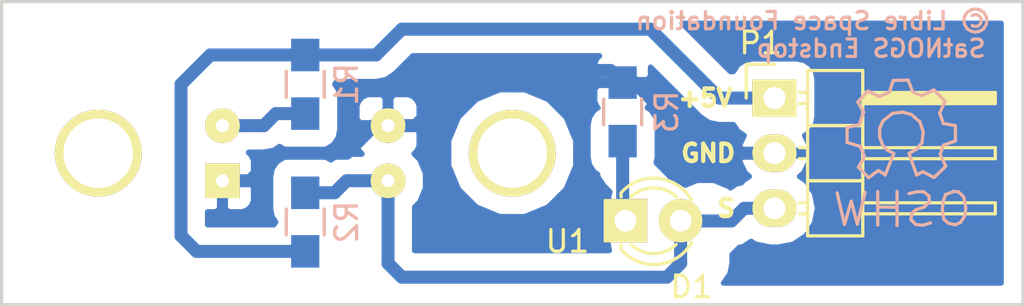
<source format=kicad_pcb>
(kicad_pcb (version 4) (host pcbnew "(after 2015-mar-04 BZR unknown)-product")

  (general
    (links 10)
    (no_connects 3)
    (area 132.004999 98.349999 179.145001 112.470001)
    (thickness 1.6)
    (drawings 7)
    (tracks 39)
    (zones 0)
    (modules 7)
    (nets 6)
  )

  (page A4)
  (layers
    (0 F.Cu signal)
    (31 B.Cu signal)
    (32 B.Adhes user)
    (33 F.Adhes user)
    (34 B.Paste user)
    (35 F.Paste user)
    (36 B.SilkS user)
    (37 F.SilkS user)
    (38 B.Mask user)
    (39 F.Mask user)
    (40 Dwgs.User user)
    (41 Cmts.User user)
    (42 Eco1.User user)
    (43 Eco2.User user)
    (44 Edge.Cuts user)
    (45 Margin user)
    (46 B.CrtYd user)
    (47 F.CrtYd user)
    (48 B.Fab user)
    (49 F.Fab user)
  )

  (setup
    (last_trace_width 0.6)
    (trace_clearance 0.1)
    (zone_clearance 0.2)
    (zone_45_only yes)
    (trace_min 0.2)
    (segment_width 0.2)
    (edge_width 0.15)
    (via_size 0.6)
    (via_drill 0.4)
    (via_min_size 0.4)
    (via_min_drill 0.3)
    (blind_buried_vias_allowed yes)
    (uvia_size 0.3)
    (uvia_drill 0.1)
    (uvias_allowed yes)
    (uvia_min_size 0.2)
    (uvia_min_drill 0.1)
    (pcb_text_width 0.3)
    (pcb_text_size 1.5 1.5)
    (mod_edge_width 0.15)
    (mod_text_size 1 1)
    (mod_text_width 0.15)
    (pad_size 1.6 1.6)
    (pad_drill 0.6)
    (pad_to_mask_clearance 0.2)
    (aux_axis_origin 0 0)
    (visible_elements FFFFFF7F)
    (pcbplotparams
      (layerselection 0x01030_80000001)
      (usegerberextensions false)
      (excludeedgelayer true)
      (linewidth 0.100000)
      (plotframeref false)
      (viasonmask false)
      (mode 1)
      (useauxorigin true)
      (hpglpennumber 1)
      (hpglpenspeed 20)
      (hpglpendiameter 15)
      (hpglpenoverlay 2)
      (psnegative false)
      (psa4output false)
      (plotreference true)
      (plotvalue true)
      (plotinvisibletext false)
      (padsonsilk false)
      (subtractmaskfromsilk false)
      (outputformat 1)
      (mirror false)
      (drillshape 0)
      (scaleselection 1)
      (outputdirectory Gerber/))
  )

  (net 0 "")
  (net 1 "Net-(D1-Pad1)")
  (net 2 GND)
  (net 3 +5V)
  (net 4 "Net-(R1-Pad2)")
  (net 5 /Signal)

  (net_class Default "This is the default net class."
    (clearance 0.1)
    (trace_width 0.6)
    (via_dia 0.6)
    (via_drill 0.4)
    (uvia_dia 0.3)
    (uvia_drill 0.1)
    (add_net +5V)
    (add_net /Signal)
    (add_net GND)
    (add_net "Net-(D1-Pad1)")
    (add_net "Net-(R1-Pad2)")
  )

  (module LEDs:LED-3MM (layer F.Cu) (tedit 55FC2E94) (tstamp 55BE48B5)
    (at 160.782 108.5215)
    (descr "LED 3mm round vertical")
    (tags "LED  3mm round vertical")
    (path /55BCD94A)
    (fp_text reference D1 (at 3.048 3.048) (layer F.SilkS)
      (effects (font (size 1 1) (thickness 0.15)))
    )
    (fp_text value LED (at 1.3 -2.9) (layer F.SilkS) hide
      (effects (font (size 1 1) (thickness 0.15)))
    )
    (fp_line (start -1.2 2.3) (end 3.8 2.3) (layer F.CrtYd) (width 0.05))
    (fp_line (start 3.8 2.3) (end 3.8 -2.2) (layer F.CrtYd) (width 0.05))
    (fp_line (start 3.8 -2.2) (end -1.2 -2.2) (layer F.CrtYd) (width 0.05))
    (fp_line (start -1.2 -2.2) (end -1.2 2.3) (layer F.CrtYd) (width 0.05))
    (fp_line (start -0.199 1.314) (end -0.199 1.114) (layer F.SilkS) (width 0.15))
    (fp_line (start -0.199 -1.28) (end -0.199 -1.1) (layer F.SilkS) (width 0.15))
    (fp_arc (start 1.301 0.034) (end -0.199 -1.286) (angle 108.5) (layer F.SilkS) (width 0.15))
    (fp_arc (start 1.301 0.034) (end 0.25 -1.1) (angle 85.7) (layer F.SilkS) (width 0.15))
    (fp_arc (start 1.311 0.034) (end 3.051 0.994) (angle 110) (layer F.SilkS) (width 0.15))
    (fp_arc (start 1.301 0.034) (end 2.335 1.094) (angle 87.5) (layer F.SilkS) (width 0.15))
    (fp_text user K (at -1.905 0.635) (layer F.SilkS) hide
      (effects (font (size 1 1) (thickness 0.15)))
    )
    (pad 1 thru_hole rect (at 0 0 90) (size 2 2) (drill 1.00076) (layers *.Cu *.Mask F.SilkS)
      (net 1 "Net-(D1-Pad1)"))
    (pad 2 thru_hole circle (at 2.54 0) (size 2 2) (drill 1.00076) (layers *.Cu *.Mask F.SilkS)
      (net 5 /Signal))
    (model LEDs.3dshapes/LED-3MM.wrl
      (at (xyz 0.05 0 0))
      (scale (xyz 1 1 1))
      (rotate (xyz 0 0 0))
    )
  )

  (module Pin_Headers:Pin_Header_Angled_1x03 (layer F.Cu) (tedit 55FC2E84) (tstamp 55BE48BC)
    (at 167.64 102.87)
    (descr "Through hole pin header")
    (tags "pin header")
    (path /55BE41ED)
    (fp_text reference P1 (at -0.635 -2.54) (layer F.SilkS)
      (effects (font (size 1 1) (thickness 0.15)))
    )
    (fp_text value CONN_01X03 (at 4.445 -3.175) (layer F.SilkS) hide
      (effects (font (size 1 1) (thickness 0.15)))
    )
    (fp_line (start -1.5 -1.75) (end -1.5 6.85) (layer F.CrtYd) (width 0.05))
    (fp_line (start 10.65 -1.75) (end 10.65 6.85) (layer F.CrtYd) (width 0.05))
    (fp_line (start -1.5 -1.75) (end 10.65 -1.75) (layer F.CrtYd) (width 0.05))
    (fp_line (start -1.5 6.85) (end 10.65 6.85) (layer F.CrtYd) (width 0.05))
    (fp_line (start -1.3 -1.55) (end -1.3 0) (layer F.SilkS) (width 0.15))
    (fp_line (start 0 -1.55) (end -1.3 -1.55) (layer F.SilkS) (width 0.15))
    (fp_line (start 4.191 -0.127) (end 10.033 -0.127) (layer F.SilkS) (width 0.15))
    (fp_line (start 10.033 -0.127) (end 10.033 0.127) (layer F.SilkS) (width 0.15))
    (fp_line (start 10.033 0.127) (end 4.191 0.127) (layer F.SilkS) (width 0.15))
    (fp_line (start 4.191 0.127) (end 4.191 0) (layer F.SilkS) (width 0.15))
    (fp_line (start 4.191 0) (end 10.033 0) (layer F.SilkS) (width 0.15))
    (fp_line (start 1.524 -0.254) (end 1.143 -0.254) (layer F.SilkS) (width 0.15))
    (fp_line (start 1.524 0.254) (end 1.143 0.254) (layer F.SilkS) (width 0.15))
    (fp_line (start 1.524 2.286) (end 1.143 2.286) (layer F.SilkS) (width 0.15))
    (fp_line (start 1.524 2.794) (end 1.143 2.794) (layer F.SilkS) (width 0.15))
    (fp_line (start 1.524 4.826) (end 1.143 4.826) (layer F.SilkS) (width 0.15))
    (fp_line (start 1.524 5.334) (end 1.143 5.334) (layer F.SilkS) (width 0.15))
    (fp_line (start 4.064 1.27) (end 4.064 -1.27) (layer F.SilkS) (width 0.15))
    (fp_line (start 10.16 0.254) (end 4.064 0.254) (layer F.SilkS) (width 0.15))
    (fp_line (start 10.16 -0.254) (end 10.16 0.254) (layer F.SilkS) (width 0.15))
    (fp_line (start 4.064 -0.254) (end 10.16 -0.254) (layer F.SilkS) (width 0.15))
    (fp_line (start 1.524 1.27) (end 4.064 1.27) (layer F.SilkS) (width 0.15))
    (fp_line (start 1.524 -1.27) (end 1.524 1.27) (layer F.SilkS) (width 0.15))
    (fp_line (start 1.524 -1.27) (end 4.064 -1.27) (layer F.SilkS) (width 0.15))
    (fp_line (start 1.524 3.81) (end 4.064 3.81) (layer F.SilkS) (width 0.15))
    (fp_line (start 1.524 3.81) (end 1.524 6.35) (layer F.SilkS) (width 0.15))
    (fp_line (start 4.064 4.826) (end 10.16 4.826) (layer F.SilkS) (width 0.15))
    (fp_line (start 10.16 4.826) (end 10.16 5.334) (layer F.SilkS) (width 0.15))
    (fp_line (start 10.16 5.334) (end 4.064 5.334) (layer F.SilkS) (width 0.15))
    (fp_line (start 4.064 6.35) (end 4.064 3.81) (layer F.SilkS) (width 0.15))
    (fp_line (start 4.064 3.81) (end 4.064 1.27) (layer F.SilkS) (width 0.15))
    (fp_line (start 10.16 2.794) (end 4.064 2.794) (layer F.SilkS) (width 0.15))
    (fp_line (start 10.16 2.286) (end 10.16 2.794) (layer F.SilkS) (width 0.15))
    (fp_line (start 4.064 2.286) (end 10.16 2.286) (layer F.SilkS) (width 0.15))
    (fp_line (start 1.524 3.81) (end 4.064 3.81) (layer F.SilkS) (width 0.15))
    (fp_line (start 1.524 1.27) (end 1.524 3.81) (layer F.SilkS) (width 0.15))
    (fp_line (start 1.524 1.27) (end 4.064 1.27) (layer F.SilkS) (width 0.15))
    (fp_line (start 1.524 6.35) (end 4.064 6.35) (layer F.SilkS) (width 0.15))
    (pad 1 thru_hole rect (at 0 0) (size 2.032 1.7272) (drill 1.016) (layers *.Cu *.Mask F.SilkS)
      (net 3 +5V))
    (pad 2 thru_hole oval (at 0 2.54) (size 2.032 1.7272) (drill 1.016) (layers *.Cu *.Mask F.SilkS)
      (net 2 GND))
    (pad 3 thru_hole oval (at 0 5.08) (size 2.032 1.7272) (drill 1.016) (layers *.Cu *.Mask F.SilkS)
      (net 5 /Signal))
    (model Pin_Headers.3dshapes/Pin_Header_Angled_1x03.wrl
      (at (xyz 0 -0.1 0))
      (scale (xyz 1 1 1))
      (rotate (xyz 0 0 90))
    )
  )

  (module Resistors_SMD:R_0805_HandSoldering (layer B.Cu) (tedit 55FC2ED8) (tstamp 55BE48C2)
    (at 146.05 102.235 270)
    (descr "Resistor SMD 0805, hand soldering")
    (tags "resistor 0805")
    (path /55BCD813)
    (attr smd)
    (fp_text reference R1 (at 0 -1.905 270) (layer B.SilkS)
      (effects (font (size 1 1) (thickness 0.15)) (justify mirror))
    )
    (fp_text value 180 (at 0 -2.1 270) (layer B.SilkS) hide
      (effects (font (size 1 1) (thickness 0.15)) (justify mirror))
    )
    (fp_line (start -2.4 1) (end 2.4 1) (layer B.CrtYd) (width 0.05))
    (fp_line (start -2.4 -1) (end 2.4 -1) (layer B.CrtYd) (width 0.05))
    (fp_line (start -2.4 1) (end -2.4 -1) (layer B.CrtYd) (width 0.05))
    (fp_line (start 2.4 1) (end 2.4 -1) (layer B.CrtYd) (width 0.05))
    (fp_line (start 0.6 -0.875) (end -0.6 -0.875) (layer B.SilkS) (width 0.15))
    (fp_line (start -0.6 0.875) (end 0.6 0.875) (layer B.SilkS) (width 0.15))
    (pad 1 smd rect (at -1.35 0 270) (size 1.5 1.3) (layers B.Cu B.Paste B.Mask)
      (net 3 +5V))
    (pad 2 smd rect (at 1.35 0 270) (size 1.5 1.3) (layers B.Cu B.Paste B.Mask)
      (net 4 "Net-(R1-Pad2)"))
    (model Resistors_SMD.3dshapes/R_0805_HandSoldering.wrl
      (at (xyz 0 0 0))
      (scale (xyz 1 1 1))
      (rotate (xyz 0 0 0))
    )
  )

  (module Resistors_SMD:R_0805_HandSoldering (layer B.Cu) (tedit 55FC2EDB) (tstamp 55BE48C8)
    (at 146.05 108.585 90)
    (descr "Resistor SMD 0805, hand soldering")
    (tags "resistor 0805")
    (path /55BCD89E)
    (attr smd)
    (fp_text reference R2 (at 0 1.905 90) (layer B.SilkS)
      (effects (font (size 1 1) (thickness 0.15)) (justify mirror))
    )
    (fp_text value 1k5 (at 0 -2.1 90) (layer B.SilkS) hide
      (effects (font (size 1 1) (thickness 0.15)) (justify mirror))
    )
    (fp_line (start -2.4 1) (end 2.4 1) (layer B.CrtYd) (width 0.05))
    (fp_line (start -2.4 -1) (end 2.4 -1) (layer B.CrtYd) (width 0.05))
    (fp_line (start -2.4 1) (end -2.4 -1) (layer B.CrtYd) (width 0.05))
    (fp_line (start 2.4 1) (end 2.4 -1) (layer B.CrtYd) (width 0.05))
    (fp_line (start 0.6 -0.875) (end -0.6 -0.875) (layer B.SilkS) (width 0.15))
    (fp_line (start -0.6 0.875) (end 0.6 0.875) (layer B.SilkS) (width 0.15))
    (pad 1 smd rect (at -1.35 0 90) (size 1.5 1.3) (layers B.Cu B.Paste B.Mask)
      (net 3 +5V))
    (pad 2 smd rect (at 1.35 0 90) (size 1.5 1.3) (layers B.Cu B.Paste B.Mask)
      (net 5 /Signal))
    (model Resistors_SMD.3dshapes/R_0805_HandSoldering.wrl
      (at (xyz 0 0 0))
      (scale (xyz 1 1 1))
      (rotate (xyz 0 0 0))
    )
  )

  (module Resistors_SMD:R_0805_HandSoldering (layer B.Cu) (tedit 55FC2EE1) (tstamp 55BE48CE)
    (at 160.655 103.505 90)
    (descr "Resistor SMD 0805, hand soldering")
    (tags "resistor 0805")
    (path /55BCD8ED)
    (attr smd)
    (fp_text reference R3 (at 0 2.032 90) (layer B.SilkS)
      (effects (font (size 1 1) (thickness 0.15)) (justify mirror))
    )
    (fp_text value 1k (at 0 -2.1 90) (layer B.SilkS) hide
      (effects (font (size 1 1) (thickness 0.15)) (justify mirror))
    )
    (fp_line (start -2.4 1) (end 2.4 1) (layer B.CrtYd) (width 0.05))
    (fp_line (start -2.4 -1) (end 2.4 -1) (layer B.CrtYd) (width 0.05))
    (fp_line (start -2.4 1) (end -2.4 -1) (layer B.CrtYd) (width 0.05))
    (fp_line (start 2.4 1) (end 2.4 -1) (layer B.CrtYd) (width 0.05))
    (fp_line (start 0.6 -0.875) (end -0.6 -0.875) (layer B.SilkS) (width 0.15))
    (fp_line (start -0.6 0.875) (end 0.6 0.875) (layer B.SilkS) (width 0.15))
    (pad 1 smd rect (at -1.35 0 90) (size 1.5 1.3) (layers B.Cu B.Paste B.Mask)
      (net 1 "Net-(D1-Pad1)"))
    (pad 2 smd rect (at 1.35 0 90) (size 1.5 1.3) (layers B.Cu B.Paste B.Mask)
      (net 2 GND))
    (model Resistors_SMD.3dshapes/R_0805_HandSoldering.wrl
      (at (xyz 0 0 0))
      (scale (xyz 1 1 1))
      (rotate (xyz 0 0 0))
    )
  )

  (module Symbols:Symbol_OSHW-Logo_SilkScreen (layer B.Cu) (tedit 5687DFF9) (tstamp 55FC3003)
    (at 173.482 104.521 180)
    (descr "Symbol, OSHW-Logo, Silk Screen,")
    (tags "Symbol, OSHW-Logo, Silk Screen,")
    (fp_text reference "SatNOGS Endstop" (at 1.397 3.937 180) (layer B.SilkS)
      (effects (font (size 0.8 0.8) (thickness 0.15)) (justify mirror))
    )
    (fp_text value "© Libre Space Foundation" (at 4.064 5.207 180) (layer B.SilkS)
      (effects (font (size 0.8 0.8) (thickness 0.15)) (justify mirror))
    )
    (fp_line (start 1.66878 -2.68986) (end 2.02946 -4.16052) (layer B.SilkS) (width 0.15))
    (fp_line (start 2.02946 -4.16052) (end 2.30886 -3.0988) (layer B.SilkS) (width 0.15))
    (fp_line (start 2.30886 -3.0988) (end 2.61874 -4.17068) (layer B.SilkS) (width 0.15))
    (fp_line (start 2.61874 -4.17068) (end 2.9591 -2.72034) (layer B.SilkS) (width 0.15))
    (fp_line (start 0.24892 -3.38074) (end 1.03886 -3.37058) (layer B.SilkS) (width 0.15))
    (fp_line (start 1.03886 -3.37058) (end 1.04902 -3.38074) (layer B.SilkS) (width 0.15))
    (fp_line (start 1.04902 -3.38074) (end 1.04902 -3.37058) (layer B.SilkS) (width 0.15))
    (fp_line (start 1.08966 -2.65938) (end 1.08966 -4.20116) (layer B.SilkS) (width 0.15))
    (fp_line (start 0.20066 -2.64922) (end 0.20066 -4.21894) (layer B.SilkS) (width 0.15))
    (fp_line (start 0.20066 -4.21894) (end 0.21082 -4.20878) (layer B.SilkS) (width 0.15))
    (fp_line (start -0.35052 -2.75082) (end -0.70104 -2.66954) (layer B.SilkS) (width 0.15))
    (fp_line (start -0.70104 -2.66954) (end -1.02108 -2.65938) (layer B.SilkS) (width 0.15))
    (fp_line (start -1.02108 -2.65938) (end -1.25984 -2.86004) (layer B.SilkS) (width 0.15))
    (fp_line (start -1.25984 -2.86004) (end -1.29032 -3.12928) (layer B.SilkS) (width 0.15))
    (fp_line (start -1.29032 -3.12928) (end -1.04902 -3.37058) (layer B.SilkS) (width 0.15))
    (fp_line (start -1.04902 -3.37058) (end -0.6604 -3.50012) (layer B.SilkS) (width 0.15))
    (fp_line (start -0.6604 -3.50012) (end -0.48006 -3.66014) (layer B.SilkS) (width 0.15))
    (fp_line (start -0.48006 -3.66014) (end -0.43942 -3.95986) (layer B.SilkS) (width 0.15))
    (fp_line (start -0.43942 -3.95986) (end -0.67056 -4.18084) (layer B.SilkS) (width 0.15))
    (fp_line (start -0.67056 -4.18084) (end -0.9906 -4.20878) (layer B.SilkS) (width 0.15))
    (fp_line (start -0.9906 -4.20878) (end -1.34112 -4.09956) (layer B.SilkS) (width 0.15))
    (fp_line (start -2.37998 -2.64922) (end -2.6289 -2.66954) (layer B.SilkS) (width 0.15))
    (fp_line (start -2.6289 -2.66954) (end -2.8702 -2.91084) (layer B.SilkS) (width 0.15))
    (fp_line (start -2.8702 -2.91084) (end -2.9591 -3.40106) (layer B.SilkS) (width 0.15))
    (fp_line (start -2.9591 -3.40106) (end -2.93116 -3.74904) (layer B.SilkS) (width 0.15))
    (fp_line (start -2.93116 -3.74904) (end -2.7305 -4.06908) (layer B.SilkS) (width 0.15))
    (fp_line (start -2.7305 -4.06908) (end -2.47904 -4.191) (layer B.SilkS) (width 0.15))
    (fp_line (start -2.47904 -4.191) (end -2.16916 -4.11988) (layer B.SilkS) (width 0.15))
    (fp_line (start -2.16916 -4.11988) (end -1.95072 -3.93954) (layer B.SilkS) (width 0.15))
    (fp_line (start -1.95072 -3.93954) (end -1.8796 -3.4798) (layer B.SilkS) (width 0.15))
    (fp_line (start -1.8796 -3.4798) (end -1.9304 -3.07086) (layer B.SilkS) (width 0.15))
    (fp_line (start -1.9304 -3.07086) (end -2.03962 -2.78892) (layer B.SilkS) (width 0.15))
    (fp_line (start -2.03962 -2.78892) (end -2.4003 -2.65938) (layer B.SilkS) (width 0.15))
    (fp_line (start -1.78054 -0.92964) (end -2.03962 -1.49098) (layer B.SilkS) (width 0.15))
    (fp_line (start -2.03962 -1.49098) (end -1.50114 -2.00914) (layer B.SilkS) (width 0.15))
    (fp_line (start -1.50114 -2.00914) (end -0.98044 -1.7399) (layer B.SilkS) (width 0.15))
    (fp_line (start -0.98044 -1.7399) (end -0.70104 -1.89992) (layer B.SilkS) (width 0.15))
    (fp_line (start 0.73914 -1.8796) (end 1.06934 -1.6891) (layer B.SilkS) (width 0.15))
    (fp_line (start 1.06934 -1.6891) (end 1.50876 -2.0193) (layer B.SilkS) (width 0.15))
    (fp_line (start 1.50876 -2.0193) (end 1.9812 -1.52908) (layer B.SilkS) (width 0.15))
    (fp_line (start 1.9812 -1.52908) (end 1.69926 -1.04902) (layer B.SilkS) (width 0.15))
    (fp_line (start 1.69926 -1.04902) (end 1.88976 -0.57912) (layer B.SilkS) (width 0.15))
    (fp_line (start 1.88976 -0.57912) (end 2.49936 -0.39116) (layer B.SilkS) (width 0.15))
    (fp_line (start 2.49936 -0.39116) (end 2.49936 0.28956) (layer B.SilkS) (width 0.15))
    (fp_line (start 2.49936 0.28956) (end 1.94056 0.42926) (layer B.SilkS) (width 0.15))
    (fp_line (start 1.94056 0.42926) (end 1.7399 1.00076) (layer B.SilkS) (width 0.15))
    (fp_line (start 1.7399 1.00076) (end 2.00914 1.47066) (layer B.SilkS) (width 0.15))
    (fp_line (start 2.00914 1.47066) (end 1.53924 1.9812) (layer B.SilkS) (width 0.15))
    (fp_line (start 1.53924 1.9812) (end 1.02108 1.71958) (layer B.SilkS) (width 0.15))
    (fp_line (start 1.02108 1.71958) (end 0.55118 1.92024) (layer B.SilkS) (width 0.15))
    (fp_line (start 0.55118 1.92024) (end 0.381 2.46126) (layer B.SilkS) (width 0.15))
    (fp_line (start 0.381 2.46126) (end -0.30988 2.47904) (layer B.SilkS) (width 0.15))
    (fp_line (start -0.30988 2.47904) (end -0.5207 1.9304) (layer B.SilkS) (width 0.15))
    (fp_line (start -0.5207 1.9304) (end -0.9398 1.76022) (layer B.SilkS) (width 0.15))
    (fp_line (start -0.9398 1.76022) (end -1.49098 2.02946) (layer B.SilkS) (width 0.15))
    (fp_line (start -1.49098 2.02946) (end -2.00914 1.50114) (layer B.SilkS) (width 0.15))
    (fp_line (start -2.00914 1.50114) (end -1.76022 0.96012) (layer B.SilkS) (width 0.15))
    (fp_line (start -1.76022 0.96012) (end -1.9304 0.48006) (layer B.SilkS) (width 0.15))
    (fp_line (start -1.9304 0.48006) (end -2.47904 0.381) (layer B.SilkS) (width 0.15))
    (fp_line (start -2.47904 0.381) (end -2.4892 -0.32004) (layer B.SilkS) (width 0.15))
    (fp_line (start -2.4892 -0.32004) (end -1.9304 -0.5207) (layer B.SilkS) (width 0.15))
    (fp_line (start -1.9304 -0.5207) (end -1.7907 -0.91948) (layer B.SilkS) (width 0.15))
    (fp_line (start 0.35052 -0.89916) (end 0.65024 -0.7493) (layer B.SilkS) (width 0.15))
    (fp_line (start 0.65024 -0.7493) (end 0.8509 -0.55118) (layer B.SilkS) (width 0.15))
    (fp_line (start 0.8509 -0.55118) (end 1.00076 -0.14986) (layer B.SilkS) (width 0.15))
    (fp_line (start 1.00076 -0.14986) (end 1.00076 0.24892) (layer B.SilkS) (width 0.15))
    (fp_line (start 1.00076 0.24892) (end 0.8509 0.59944) (layer B.SilkS) (width 0.15))
    (fp_line (start 0.8509 0.59944) (end 0.39878 0.94996) (layer B.SilkS) (width 0.15))
    (fp_line (start 0.39878 0.94996) (end -0.0508 1.00076) (layer B.SilkS) (width 0.15))
    (fp_line (start -0.0508 1.00076) (end -0.44958 0.89916) (layer B.SilkS) (width 0.15))
    (fp_line (start -0.44958 0.89916) (end -0.8509 0.55118) (layer B.SilkS) (width 0.15))
    (fp_line (start -0.8509 0.55118) (end -1.00076 0.09906) (layer B.SilkS) (width 0.15))
    (fp_line (start -1.00076 0.09906) (end -0.94996 -0.39878) (layer B.SilkS) (width 0.15))
    (fp_line (start -0.94996 -0.39878) (end -0.70104 -0.70104) (layer B.SilkS) (width 0.15))
    (fp_line (start -0.70104 -0.70104) (end -0.35052 -0.89916) (layer B.SilkS) (width 0.15))
    (fp_line (start -0.35052 -0.89916) (end -0.70104 -1.89992) (layer B.SilkS) (width 0.15))
    (fp_line (start 0.35052 -0.89916) (end 0.7493 -1.89992) (layer B.SilkS) (width 0.15))
  )

  (module satnogs:TCST2103 (layer F.Cu) (tedit 5687E27D) (tstamp 55BE48D6)
    (at 146.05 105.41)
    (path /55BCD149)
    (fp_text reference U1 (at 12.065 4.064) (layer F.SilkS)
      (effects (font (size 1 1) (thickness 0.15)))
    )
    (fp_text value TCST2103 (at -8.89 -5.08) (layer F.Fab)
      (effects (font (size 1 1) (thickness 0.15)))
    )
    (fp_circle (center -9.525 0) (end -11.175 0) (layer Dwgs.User) (width 0.15))
    (fp_circle (center 9.525 0) (end 11.175 0) (layer Dwgs.User) (width 0.15))
    (fp_line (start -1.5875 -3.1115) (end -1.5875 3.2385) (layer F.CrtYd) (width 0.15))
    (fp_line (start 1.5875 -3.1115) (end 1.5875 3.175) (layer F.CrtYd) (width 0.15))
    (fp_line (start -5.969 -3.1115) (end -5.969 3.175) (layer F.CrtYd) (width 0.15))
    (fp_line (start 5.969 0) (end 5.969 3.175) (layer F.CrtYd) (width 0.15))
    (fp_line (start 5.969 0) (end 5.969 -3.1115) (layer F.CrtYd) (width 0.15))
    (fp_line (start -12.7 -3.175) (end -12.7 3.175) (layer F.CrtYd) (width 0.15))
    (fp_line (start 12.7 -3.175) (end 12.7 3.175) (layer F.CrtYd) (width 0.15))
    (fp_line (start 12.7 3.175) (end -12.7 3.175) (layer F.CrtYd) (width 0.15))
    (fp_line (start -12.7 -3.175) (end 12.7 -3.175) (layer F.CrtYd) (width 0.15))
    (pad 1 thru_hole circle (at -3.81 -1.27) (size 1.6 1.6) (drill 0.6) (layers *.Cu *.Mask F.SilkS)
      (net 4 "Net-(R1-Pad2)"))
    (pad 2 thru_hole rect (at -3.81 1.27) (size 1.6 1.6) (drill 0.6) (layers *.Cu *.Mask F.SilkS)
      (net 2 GND))
    (pad 3 thru_hole circle (at 3.81 1.27) (size 1.6 1.6) (drill 0.6) (layers *.Cu *.Mask F.SilkS)
      (net 5 /Signal))
    (pad 4 thru_hole circle (at 3.81 -1.27) (size 1.6 1.6) (drill 0.6) (layers *.Cu *.Mask F.SilkS)
      (net 2 GND))
    (pad 5 thru_hole circle (at 9.525 0) (size 4 4) (drill 3.2) (layers *.Cu *.Mask F.SilkS))
    (pad 6 thru_hole circle (at -9.525 0) (size 4 4) (drill 3.2) (layers *.Cu *.Mask F.SilkS))
    (model ../../../../../home/azisi/Documents/SatNOGS/satnogs-rotator-controller/PCB/library/satnogs.3dshapes/TCST2103.x3d
      (at (xyz 0 0 0))
      (scale (xyz 0.3937 0.3937 0.3937))
      (rotate (xyz 0 0 0))
    )
  )

  (gr_text S (at 165.4175 107.95) (layer F.SilkS)
    (effects (font (size 0.8 0.8) (thickness 0.2)))
  )
  (gr_text "GND\n" (at 164.592 105.41) (layer F.SilkS)
    (effects (font (size 0.8 0.8) (thickness 0.2)))
  )
  (gr_text +5V (at 164.465 102.87) (layer F.SilkS)
    (effects (font (size 0.8 0.8) (thickness 0.2)))
  )
  (gr_line (start 179.07 98.425) (end 132.08 98.425) (angle 90) (layer Edge.Cuts) (width 0.15))
  (gr_line (start 179.07 112.395) (end 179.07 98.425) (angle 90) (layer Edge.Cuts) (width 0.15))
  (gr_line (start 132.08 112.395) (end 179.07 112.395) (angle 90) (layer Edge.Cuts) (width 0.15))
  (gr_line (start 132.08 98.425) (end 132.08 112.395) (angle 90) (layer Edge.Cuts) (width 0.15))

  (segment (start 160.655 104.855) (end 160.655 108.3945) (width 0.6) (layer B.Cu) (net 1))
  (segment (start 160.655 108.3945) (end 160.782 108.5215) (width 0.6) (layer B.Cu) (net 1))
  (segment (start 149.225 104.14) (end 149.86 104.14) (width 0.6) (layer B.Cu) (net 2) (tstamp 55BE5320))
  (segment (start 143.51 106.68) (end 144.78 105.41) (width 0.6) (layer B.Cu) (net 2) (tstamp 55BE5318))
  (segment (start 144.78 105.41) (end 147.955 105.41) (width 0.6) (layer B.Cu) (net 2) (tstamp 55BE531A))
  (segment (start 147.955 105.41) (end 149.225 104.14) (width 0.6) (layer B.Cu) (net 2) (tstamp 55BE531D))
  (segment (start 142.24 106.68) (end 143.51 106.68) (width 0.6) (layer B.Cu) (net 2))
  (segment (start 160.1 101.6) (end 160.655 102.155) (width 0.6) (layer B.Cu) (net 2) (tstamp 55E5B0F5))
  (segment (start 151.13 104.14) (end 153.67 101.6) (width 0.6) (layer B.Cu) (net 2) (tstamp 55E5B0F2))
  (segment (start 153.67 101.6) (end 160.1 101.6) (width 0.6) (layer B.Cu) (net 2) (tstamp 55E5B0F3))
  (segment (start 149.86 104.14) (end 151.13 104.14) (width 0.6) (layer B.Cu) (net 2))
  (segment (start 164.465 105.41) (end 167.64 105.41) (width 0.6) (layer B.Cu) (net 2) (tstamp 55E5B0FD))
  (segment (start 161.21 102.155) (end 164.465 105.41) (width 0.6) (layer B.Cu) (net 2) (tstamp 55E5B0FC))
  (segment (start 160.655 102.155) (end 161.21 102.155) (width 0.6) (layer B.Cu) (net 2))
  (segment (start 149.305 100.885) (end 150.495 99.695) (width 0.6) (layer B.Cu) (net 3) (tstamp 55E5B0A4))
  (segment (start 150.495 99.695) (end 161.925 99.695) (width 0.6) (layer B.Cu) (net 3) (tstamp 55E5B0A5))
  (segment (start 161.925 99.695) (end 165.1 102.87) (width 0.6) (layer B.Cu) (net 3) (tstamp 55E5B0A6))
  (segment (start 165.1 102.87) (end 167.64 102.87) (width 0.6) (layer B.Cu) (net 3) (tstamp 55E5B0A8))
  (segment (start 146.05 100.885) (end 149.305 100.885) (width 0.6) (layer B.Cu) (net 3))
  (segment (start 141.05 109.935) (end 140.335 109.22) (width 0.6) (layer B.Cu) (net 3) (tstamp 55E5B0AF))
  (segment (start 140.335 109.22) (end 140.335 102.235) (width 0.6) (layer B.Cu) (net 3) (tstamp 55E5B0B0))
  (segment (start 140.335 102.235) (end 141.685 100.885) (width 0.6) (layer B.Cu) (net 3) (tstamp 55E5B0B1))
  (segment (start 141.685 100.885) (end 146.05 100.885) (width 0.6) (layer B.Cu) (net 3) (tstamp 55E5B0B2))
  (segment (start 146.05 109.935) (end 141.05 109.935) (width 0.6) (layer B.Cu) (net 3))
  (segment (start 144.145 104.14) (end 144.7 103.585) (width 0.6) (layer B.Cu) (net 4) (tstamp 55E5B0A0))
  (segment (start 144.7 103.585) (end 146.05 103.585) (width 0.6) (layer B.Cu) (net 4) (tstamp 55E5B0A1))
  (segment (start 142.24 104.14) (end 144.145 104.14) (width 0.6) (layer B.Cu) (net 4))
  (segment (start 163.322 108.5215) (end 163.3347 108.5342) (width 0.6) (layer B.Cu) (net 5))
  (segment (start 163.3347 108.5342) (end 165.6588 108.5342) (width 0.6) (layer B.Cu) (net 5))
  (segment (start 165.6588 108.5342) (end 166.243 107.95) (width 0.6) (layer B.Cu) (net 5))
  (segment (start 166.243 107.95) (end 167.64 107.95) (width 0.6) (layer B.Cu) (net 5))
  (segment (start 149.86 106.68) (end 149.86 110.49) (width 0.6) (layer B.Cu) (net 5))
  (segment (start 149.86 110.49) (end 150.495 111.125) (width 0.6) (layer B.Cu) (net 5))
  (segment (start 163.322 110.49) (end 163.322 108.5215) (width 0.6) (layer B.Cu) (net 5))
  (segment (start 150.495 111.125) (end 162.687 111.125) (width 0.6) (layer B.Cu) (net 5))
  (segment (start 162.687 111.125) (end 163.322 110.49) (width 0.6) (layer B.Cu) (net 5))
  (segment (start 147.955 106.68) (end 147.4 107.235) (width 0.6) (layer B.Cu) (net 5) (tstamp 55E5B09C))
  (segment (start 147.4 107.235) (end 146.05 107.235) (width 0.6) (layer B.Cu) (net 5) (tstamp 55E5B09D))
  (segment (start 149.86 106.68) (end 147.955 106.68) (width 0.6) (layer B.Cu) (net 5))

  (zone (net 2) (net_name GND) (layer B.Cu) (tstamp 55F2973E) (hatch edge 0.508)
    (connect_pads (clearance 0.8))
    (min_thickness 0.254)
    (fill yes (arc_segments 16) (thermal_gap 0.508) (thermal_bridge_width 0.508) (smoothing chamfer))
    (polygon
      (pts
        (xy 179.07 112.395) (xy 132.08 112.395) (xy 132.08 98.425) (xy 179.07 98.425) (xy 179.07 112.395)
      )
    )
    (filled_polygon
      (pts
        (xy 178.068 111.393) (xy 165.29724 111.393) (xy 165.33262 111.35762) (xy 165.5986 110.959553) (xy 165.598601 110.959552)
        (xy 165.692 110.49) (xy 165.692 110.082954) (xy 166.020269 109.755256) (xy 166.02027 109.755256) (xy 166.204552 109.7186)
        (xy 166.204553 109.7186) (xy 166.569958 109.474443) (xy 166.764301 109.604299) (xy 167.449534 109.7406) (xy 167.830466 109.7406)
        (xy 168.515699 109.604299) (xy 169.096611 109.216145) (xy 169.484765 108.635233) (xy 169.621066 107.95) (xy 169.484765 107.264767)
        (xy 169.096611 106.683855) (xy 168.797939 106.484288) (xy 168.990732 106.312036) (xy 169.244709 105.784791) (xy 169.247358 105.769026)
        (xy 169.126217 105.537) (xy 167.767 105.537) (xy 167.767 105.557) (xy 167.513 105.557) (xy 167.513 105.537)
        (xy 166.153783 105.537) (xy 166.032642 105.769026) (xy 166.035291 105.784791) (xy 166.289268 106.312036) (xy 166.48206 106.484288)
        (xy 166.183389 106.683855) (xy 166.12462 106.771808) (xy 165.900448 106.816399) (xy 165.613617 107.008053) (xy 165.557983 106.952322)
        (xy 164.849986 106.658335) (xy 164.083378 106.657666) (xy 163.540117 106.882136) (xy 163.289436 106.712924) (xy 162.925 106.639839)
        (xy 162.921217 106.639839) (xy 162.79262 106.44738) (xy 162.200061 105.854821) (xy 162.250161 105.605) (xy 162.250161 104.105)
        (xy 162.181581 103.751538) (xy 161.977511 103.440877) (xy 161.79222 103.315804) (xy 161.843327 103.264698) (xy 161.94 103.031309)
        (xy 161.94 102.44075) (xy 161.78125 102.282) (xy 160.782 102.282) (xy 160.782 102.302) (xy 160.528 102.302)
        (xy 160.528 102.282) (xy 159.52875 102.282) (xy 159.37 102.44075) (xy 159.37 103.031309) (xy 159.466673 103.264698)
        (xy 159.518068 103.316093) (xy 159.340877 103.432489) (xy 159.132924 103.740564) (xy 159.059839 104.105) (xy 159.059839 105.605)
        (xy 159.128419 105.958462) (xy 159.332489 106.269123) (xy 159.494307 106.378352) (xy 159.494308 106.378352) (xy 159.5214 106.514553)
        (xy 159.78738 106.91262) (xy 160.07001 107.19525) (xy 160.052924 107.220564) (xy 159.979839 107.585) (xy 159.979839 109.585)
        (xy 160.040568 109.898) (xy 158.502507 109.898) (xy 158.502507 104.830338) (xy 158.057836 103.754154) (xy 157.235177 102.930057)
        (xy 156.159771 102.48351) (xy 154.995338 102.482493) (xy 153.919154 102.927164) (xy 153.095057 103.749823) (xy 152.64851 104.825229)
        (xy 152.647493 105.989662) (xy 153.092164 107.065846) (xy 153.914823 107.889943) (xy 154.990229 108.33649) (xy 156.154662 108.337507)
        (xy 157.230846 107.892836) (xy 158.054943 107.070177) (xy 158.50149 105.994771) (xy 158.502507 104.830338) (xy 158.502507 109.898)
        (xy 151.087 109.898) (xy 151.087 107.895358) (xy 151.323226 107.659544) (xy 151.5867 107.025029) (xy 151.587299 106.337986)
        (xy 151.324933 105.703011) (xy 151.060204 105.43782) (xy 151.198327 105.299699) (xy 151.295 105.06631) (xy 151.295 104.813691)
        (xy 151.295 104.42575) (xy 151.295 103.85425) (xy 151.295 103.466309) (xy 151.295 103.21369) (xy 151.198327 102.980301)
        (xy 151.019698 102.801673) (xy 150.786309 102.705) (xy 150.14575 102.705) (xy 149.987 102.86375) (xy 149.987 104.013)
        (xy 151.13625 104.013) (xy 151.295 103.85425) (xy 151.295 104.42575) (xy 151.13625 104.267) (xy 149.987 104.267)
        (xy 149.987 104.287) (xy 149.733 104.287) (xy 149.733 104.267) (xy 149.733 104.013) (xy 149.733 102.86375)
        (xy 149.57425 102.705) (xy 148.933691 102.705) (xy 148.700302 102.801673) (xy 148.521673 102.980301) (xy 148.425 103.21369)
        (xy 148.425 103.466309) (xy 148.425 103.85425) (xy 148.58375 104.013) (xy 149.733 104.013) (xy 149.733 104.267)
        (xy 148.58375 104.267) (xy 148.425 104.42575) (xy 148.425 104.813691) (xy 148.425 105.06631) (xy 148.521673 105.299699)
        (xy 148.659831 105.437857) (xy 148.644662 105.453) (xy 147.955 105.453) (xy 147.485448 105.546399) (xy 147.224344 105.720863)
        (xy 147.064436 105.612924) (xy 146.7 105.539839) (xy 145.4 105.539839) (xy 145.046538 105.608419) (xy 144.735877 105.812489)
        (xy 144.527924 106.120564) (xy 144.454839 106.485) (xy 144.454839 107.985) (xy 144.523419 108.338462) (xy 144.686138 108.586174)
        (xy 144.603905 108.708) (xy 143.675 108.708) (xy 143.675 107.60631) (xy 143.675 107.353691) (xy 143.675 106.96575)
        (xy 143.51625 106.807) (xy 142.367 106.807) (xy 142.367 107.95625) (xy 142.52575 108.115) (xy 143.166309 108.115)
        (xy 143.399698 108.018327) (xy 143.578327 107.839699) (xy 143.675 107.60631) (xy 143.675 108.708) (xy 141.562 108.708)
        (xy 141.562 108.115) (xy 141.95425 108.115) (xy 142.113 107.95625) (xy 142.113 106.807) (xy 142.093 106.807)
        (xy 142.093 106.553) (xy 142.113 106.553) (xy 142.113 106.533) (xy 142.367 106.533) (xy 142.367 106.553)
        (xy 143.51625 106.553) (xy 143.675 106.39425) (xy 143.675 106.006309) (xy 143.675 105.75369) (xy 143.578327 105.520301)
        (xy 143.440168 105.382142) (xy 143.455337 105.367) (xy 144.145 105.367) (xy 144.614552 105.2736) (xy 144.614553 105.2736)
        (xy 144.875655 105.099136) (xy 145.035564 105.207076) (xy 145.4 105.280161) (xy 146.7 105.280161) (xy 147.053462 105.211581)
        (xy 147.364123 105.007511) (xy 147.572076 104.699436) (xy 147.645161 104.335) (xy 147.645161 102.835) (xy 147.576581 102.481538)
        (xy 147.413861 102.233825) (xy 147.496094 102.112) (xy 149.305 102.112) (xy 149.774552 102.0186) (xy 149.774553 102.0186)
        (xy 150.17262 101.75262) (xy 151.00324 100.922) (xy 159.589974 100.922) (xy 159.466673 101.045302) (xy 159.37 101.278691)
        (xy 159.37 101.86925) (xy 159.52875 102.028) (xy 160.528 102.028) (xy 160.528 102.008) (xy 160.782 102.008)
        (xy 160.782 102.028) (xy 161.78125 102.028) (xy 161.94 101.86925) (xy 161.94 101.44524) (xy 164.23238 103.73762)
        (xy 164.630447 104.0036) (xy 164.630448 104.0036) (xy 165.1 104.097) (xy 165.753947 104.097) (xy 165.951489 104.397723)
        (xy 166.24646 104.59683) (xy 166.035291 105.035209) (xy 166.032642 105.050974) (xy 166.153783 105.283) (xy 167.513 105.283)
        (xy 167.513 105.263) (xy 167.767 105.263) (xy 167.767 105.283) (xy 169.126217 105.283) (xy 169.247358 105.050974)
        (xy 169.244709 105.035209) (xy 169.032637 104.594957) (xy 169.320123 104.406111) (xy 169.528076 104.098036) (xy 169.601161 103.7336)
        (xy 169.601161 102.0064) (xy 169.532581 101.652938) (xy 169.328511 101.342277) (xy 169.020436 101.134324) (xy 168.656 101.061239)
        (xy 166.624 101.061239) (xy 166.270538 101.129819) (xy 165.959877 101.333889) (xy 165.751924 101.641964) (xy 165.751716 101.643)
        (xy 165.60824 101.643) (xy 163.39224 99.427) (xy 178.068 99.427) (xy 178.068 111.393)
      )
    )
  )
)

</source>
